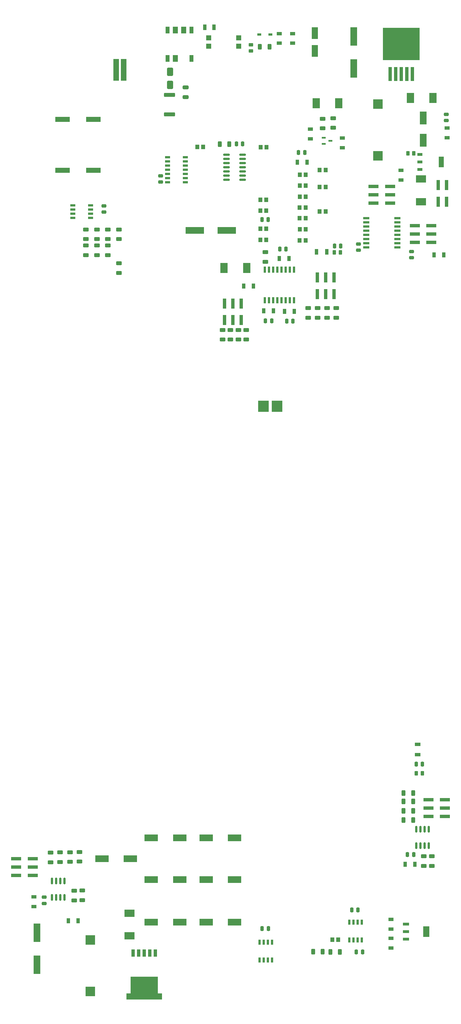
<source format=gtp>
G04 #@! TF.GenerationSoftware,KiCad,Pcbnew,9.0.3*
G04 #@! TF.CreationDate,2025-10-06T17:39:24+02:00*
G04 #@! TF.ProjectId,LLC_DCDC_V3,4c4c435f-4443-4444-935f-56332e6b6963,rev?*
G04 #@! TF.SameCoordinates,Original*
G04 #@! TF.FileFunction,Paste,Top*
G04 #@! TF.FilePolarity,Positive*
%FSLAX46Y46*%
G04 Gerber Fmt 4.6, Leading zero omitted, Abs format (unit mm)*
G04 Created by KiCad (PCBNEW 9.0.3) date 2025-10-06 17:39:24*
%MOMM*%
%LPD*%
G01*
G04 APERTURE LIST*
G04 Aperture macros list*
%AMRoundRect*
0 Rectangle with rounded corners*
0 $1 Rounding radius*
0 $2 $3 $4 $5 $6 $7 $8 $9 X,Y pos of 4 corners*
0 Add a 4 corners polygon primitive as box body*
4,1,4,$2,$3,$4,$5,$6,$7,$8,$9,$2,$3,0*
0 Add four circle primitives for the rounded corners*
1,1,$1+$1,$2,$3*
1,1,$1+$1,$4,$5*
1,1,$1+$1,$6,$7*
1,1,$1+$1,$8,$9*
0 Add four rect primitives between the rounded corners*
20,1,$1+$1,$2,$3,$4,$5,0*
20,1,$1+$1,$4,$5,$6,$7,0*
20,1,$1+$1,$6,$7,$8,$9,0*
20,1,$1+$1,$8,$9,$2,$3,0*%
G04 Aperture macros list end*
%ADD10RoundRect,0.250000X-0.625000X0.312500X-0.625000X-0.312500X0.625000X-0.312500X0.625000X0.312500X0*%
%ADD11R,1.150000X1.450000*%
%ADD12R,2.050000X4.000000*%
%ADD13RoundRect,0.250000X-0.250000X-0.475000X0.250000X-0.475000X0.250000X0.475000X-0.250000X0.475000X0*%
%ADD14R,4.100000X2.000000*%
%ADD15RoundRect,0.250000X-0.262500X-0.450000X0.262500X-0.450000X0.262500X0.450000X-0.262500X0.450000X0*%
%ADD16R,0.650000X1.500000*%
%ADD17RoundRect,0.250000X-0.312500X-0.625000X0.312500X-0.625000X0.312500X0.625000X-0.312500X0.625000X0*%
%ADD18RoundRect,0.250000X-0.450000X0.262500X-0.450000X-0.262500X0.450000X-0.262500X0.450000X0.262500X0*%
%ADD19R,5.700000X2.000000*%
%ADD20RoundRect,0.250000X0.625000X-0.312500X0.625000X0.312500X-0.625000X0.312500X-0.625000X-0.312500X0*%
%ADD21R,2.900000X3.000000*%
%ADD22R,3.150000X1.000000*%
%ADD23RoundRect,0.250000X0.475000X-0.250000X0.475000X0.250000X-0.475000X0.250000X-0.475000X-0.250000X0*%
%ADD24RoundRect,0.250000X0.312500X0.625000X-0.312500X0.625000X-0.312500X-0.625000X0.312500X-0.625000X0*%
%ADD25RoundRect,0.250000X-0.475000X0.250000X-0.475000X-0.250000X0.475000X-0.250000X0.475000X0.250000X0*%
%ADD26R,1.800000X1.050000*%
%ADD27R,1.050000X1.600000*%
%ADD28R,2.000000X5.700000*%
%ADD29R,1.500000X0.650000*%
%ADD30R,2.250000X3.150000*%
%ADD31RoundRect,0.150000X0.150000X-0.825000X0.150000X0.825000X-0.150000X0.825000X-0.150000X-0.825000X0*%
%ADD32R,1.050000X1.800000*%
%ADD33RoundRect,0.250000X0.250000X0.475000X-0.250000X0.475000X-0.250000X-0.475000X0.250000X-0.475000X0*%
%ADD34R,1.600000X1.500000*%
%ADD35RoundRect,0.250000X0.650000X-1.000000X0.650000X1.000000X-0.650000X1.000000X-0.650000X-1.000000X0*%
%ADD36R,0.650000X1.528000*%
%ADD37R,1.600000X1.050000*%
%ADD38R,1.168000X2.032000*%
%ADD39R,1.524000X2.032000*%
%ADD40RoundRect,0.250000X0.650000X-0.325000X0.650000X0.325000X-0.650000X0.325000X-0.650000X-0.325000X0*%
%ADD41R,1.850000X3.550000*%
%ADD42RoundRect,0.250000X0.262500X0.450000X-0.262500X0.450000X-0.262500X-0.450000X0.262500X-0.450000X0*%
%ADD43RoundRect,0.150000X-0.825000X-0.150000X0.825000X-0.150000X0.825000X0.150000X-0.825000X0.150000X0*%
%ADD44R,1.200000X0.750000*%
%ADD45R,1.000000X3.150000*%
%ADD46R,4.450000X1.520000*%
%ADD47R,3.250000X3.400000*%
%ADD48R,0.650000X1.850000*%
%ADD49R,1.950000X0.650000*%
%ADD50R,1.020000X4.320000*%
%ADD51R,11.180000X9.910000*%
%ADD52R,3.150000X2.250000*%
%ADD53R,1.500000X0.900000*%
%ADD54R,1.500000X3.200000*%
%ADD55R,1.750000X6.600000*%
%ADD56R,1.070000X2.160000*%
%ADD57R,10.800000X1.910000*%
%ADD58R,8.330000X5.080000*%
%ADD59R,1.050000X1.820000*%
%ADD60RoundRect,0.250000X1.425000X-0.362500X1.425000X0.362500X-1.425000X0.362500X-1.425000X-0.362500X0*%
%ADD61R,1.250000X0.600000*%
%ADD62R,1.525000X0.650000*%
%ADD63R,1.850000X0.900000*%
%ADD64R,1.850000X3.200000*%
G04 APERTURE END LIST*
D10*
X175650000Y-82315000D03*
X175650000Y-85240000D03*
D11*
X170510000Y-99355000D03*
X168710000Y-99355000D03*
D12*
X206290000Y-82125000D03*
X206290000Y-88825000D03*
D13*
X184550000Y-323015000D03*
X186450000Y-323015000D03*
D14*
X132160000Y-326765000D03*
X123460000Y-326765000D03*
D15*
X204207500Y-281476674D03*
X206032500Y-281476674D03*
D16*
X183815000Y-332185000D03*
X185085000Y-332185000D03*
X186355000Y-332185000D03*
X187625000Y-332185000D03*
X187625000Y-326785000D03*
X186355000Y-326785000D03*
X185085000Y-326785000D03*
X183815000Y-326785000D03*
D17*
X200310000Y-295665000D03*
X203235000Y-295665000D03*
D10*
X106880000Y-120867500D03*
X106880000Y-123792500D03*
D14*
X140150000Y-313815000D03*
X148850000Y-313815000D03*
D17*
X178020000Y-335805000D03*
X180945000Y-335805000D03*
D18*
X153810000Y-59862500D03*
X153810000Y-61687500D03*
D19*
X146440000Y-116275000D03*
X136740000Y-116275000D03*
D20*
X98670000Y-308445000D03*
X98670000Y-305520000D03*
D14*
X140150000Y-301105000D03*
X148850000Y-301105000D03*
D20*
X147600000Y-149495000D03*
X147600000Y-146570000D03*
D21*
X104910000Y-332155000D03*
X104910000Y-347855000D03*
D11*
X170510000Y-106025000D03*
X168710000Y-106025000D03*
D17*
X200310000Y-287525000D03*
X203235000Y-287525000D03*
D10*
X174150000Y-139920000D03*
X174150000Y-142845000D03*
D22*
X212942500Y-294575000D03*
X207892500Y-294575000D03*
X212942500Y-292035000D03*
X207892500Y-292035000D03*
X212942500Y-289495000D03*
X207892500Y-289495000D03*
D20*
X103570000Y-123792500D03*
X103570000Y-120867500D03*
D10*
X208910000Y-306712500D03*
X208910000Y-309637500D03*
D20*
X152410000Y-149495000D03*
X152410000Y-146570000D03*
D10*
X106880000Y-116017500D03*
X106880000Y-118942500D03*
D23*
X202780000Y-124605000D03*
X202780000Y-122705000D03*
D22*
X203760000Y-114815000D03*
X208810000Y-114815000D03*
X203760000Y-117355000D03*
X208810000Y-117355000D03*
X203760000Y-119895000D03*
X208810000Y-119895000D03*
D11*
X158560000Y-90982500D03*
X156760000Y-90982500D03*
X178620000Y-332135000D03*
X180420000Y-332135000D03*
X158460000Y-115780000D03*
X156660000Y-115780000D03*
D22*
X191190000Y-102945000D03*
X196240000Y-102945000D03*
X191190000Y-105485000D03*
X196240000Y-105485000D03*
X191190000Y-108025000D03*
X196240000Y-108025000D03*
X82290000Y-307465000D03*
X87340000Y-307465000D03*
X82290000Y-310005000D03*
X87340000Y-310005000D03*
X82290000Y-312545000D03*
X87340000Y-312545000D03*
D11*
X168670000Y-112540000D03*
X170470000Y-112540000D03*
D24*
X203235000Y-290065000D03*
X200310000Y-290065000D03*
D25*
X90850000Y-319165000D03*
X90850000Y-321065000D03*
D26*
X204590000Y-272715000D03*
X204590000Y-275815000D03*
D27*
X200850000Y-309205000D03*
X203800000Y-309205000D03*
D28*
X88670000Y-339705000D03*
X88670000Y-330005000D03*
D29*
X99550000Y-108670000D03*
X99550000Y-109940000D03*
X99550000Y-111210000D03*
X99550000Y-112480000D03*
X104950000Y-112480000D03*
X104950000Y-111210000D03*
X104950000Y-109940000D03*
X104950000Y-108670000D03*
D30*
X180610000Y-77625000D03*
X173710000Y-77625000D03*
D31*
X93200000Y-319205000D03*
X94470000Y-319205000D03*
X95740000Y-319205000D03*
X97010000Y-319205000D03*
X97010000Y-314255000D03*
X95740000Y-314255000D03*
X94470000Y-314255000D03*
X93200000Y-314255000D03*
D17*
X144335000Y-90052500D03*
X147260000Y-90052500D03*
D20*
X179850000Y-142845000D03*
X179850000Y-139920000D03*
D30*
X202410000Y-75985000D03*
X209310000Y-75985000D03*
D32*
X173830000Y-122855000D03*
X176930000Y-122855000D03*
D33*
X166639000Y-143874000D03*
X164739000Y-143874000D03*
D27*
X165385000Y-124885000D03*
X162435000Y-124885000D03*
D10*
X178910000Y-82165000D03*
X178910000Y-85090000D03*
X95640000Y-305525000D03*
X95640000Y-308450000D03*
D34*
X150140000Y-60245000D03*
X150140000Y-57705000D03*
X140920000Y-57705000D03*
X140920000Y-60245000D03*
D33*
X181190000Y-121025000D03*
X179290000Y-121025000D03*
D35*
X129170000Y-72032500D03*
X129170000Y-68032500D03*
D10*
X113610000Y-126295000D03*
X113610000Y-129220000D03*
D33*
X160160000Y-143815000D03*
X158260000Y-143815000D03*
D11*
X158460000Y-110270000D03*
X156660000Y-110270000D03*
D36*
X156445000Y-338325000D03*
X157715000Y-338325000D03*
X158985000Y-338325000D03*
X160255000Y-338325000D03*
X160255000Y-332903000D03*
X158985000Y-332903000D03*
X157715000Y-332903000D03*
X156445000Y-332903000D03*
D25*
X109040000Y-108835000D03*
X109040000Y-110735000D03*
D17*
X172767500Y-335715000D03*
X175692500Y-335715000D03*
D11*
X170510000Y-102695000D03*
X168710000Y-102695000D03*
D37*
X213570000Y-85125000D03*
X213570000Y-88075000D03*
X196520000Y-334655000D03*
X196520000Y-331705000D03*
D38*
X128428000Y-63991000D03*
D39*
X130790000Y-63991000D03*
D38*
X135692000Y-63991000D03*
X135692000Y-55355000D03*
D39*
X133330000Y-55355000D03*
X130790000Y-55355000D03*
D38*
X128428000Y-55355000D03*
D27*
X160685000Y-140725000D03*
X157735000Y-140725000D03*
D40*
X133950000Y-75700000D03*
X133950000Y-72750000D03*
D23*
X213350000Y-82875000D03*
X213350000Y-80975000D03*
D41*
X173310000Y-61685000D03*
X173310000Y-56285000D03*
D11*
X139260000Y-90875000D03*
X137460000Y-90875000D03*
D42*
X203474500Y-92830000D03*
X201649500Y-92830000D03*
D13*
X201510000Y-306215000D03*
X203410000Y-306215000D03*
D43*
X146355000Y-93242500D03*
X146355000Y-94512500D03*
X146355000Y-95782500D03*
X146355000Y-97052500D03*
X146355000Y-98322500D03*
X146355000Y-99592500D03*
X146355000Y-100862500D03*
X151305000Y-100862500D03*
X151305000Y-99592500D03*
X151305000Y-98322500D03*
X151305000Y-97052500D03*
X151305000Y-95782500D03*
X151305000Y-94512500D03*
X151305000Y-93242500D03*
D11*
X174760000Y-97960000D03*
X176560000Y-97960000D03*
D27*
X212610000Y-123755000D03*
X209660000Y-123755000D03*
X154565000Y-133225000D03*
X151615000Y-133225000D03*
D31*
X204197500Y-303457500D03*
X205467500Y-303457500D03*
X206737500Y-303457500D03*
X208007500Y-303457500D03*
X208007500Y-298507500D03*
X206737500Y-298507500D03*
X205467500Y-298507500D03*
X204197500Y-298507500D03*
D20*
X103570000Y-118942500D03*
X103570000Y-116017500D03*
D37*
X166490000Y-59350000D03*
X166490000Y-56400000D03*
X162500000Y-59350000D03*
X162500000Y-56400000D03*
D44*
X159750000Y-56671000D03*
X156350000Y-56671000D03*
D42*
X181085000Y-123005000D03*
X179260000Y-123005000D03*
D10*
X206470000Y-306712500D03*
X206470000Y-309637500D03*
D11*
X174760000Y-103120000D03*
X176560000Y-103120000D03*
D27*
X98195000Y-326345000D03*
X101145000Y-326345000D03*
D11*
X168670000Y-119360000D03*
X170470000Y-119360000D03*
D45*
X150890000Y-138535000D03*
X150890000Y-143585000D03*
X148350000Y-138535000D03*
X148350000Y-143585000D03*
X145810000Y-138535000D03*
X145810000Y-143585000D03*
D46*
X96380000Y-82555000D03*
X96380000Y-98045000D03*
X105780000Y-82555000D03*
X105780000Y-98045000D03*
D11*
X168680000Y-109335000D03*
X170480000Y-109335000D03*
D14*
X132160000Y-313815000D03*
X123460000Y-313815000D03*
D47*
X157660000Y-169815000D03*
X161760000Y-169815000D03*
D48*
X166905000Y-128200000D03*
X165635000Y-128200000D03*
X164365000Y-128200000D03*
X163095000Y-128200000D03*
X161825000Y-128200000D03*
X160555000Y-128200000D03*
X159285000Y-128200000D03*
X158015000Y-128200000D03*
X158015000Y-137550000D03*
X159285000Y-137550000D03*
X160555000Y-137550000D03*
X161825000Y-137550000D03*
X163095000Y-137550000D03*
X164365000Y-137550000D03*
X165635000Y-137550000D03*
X166905000Y-137550000D03*
D20*
X150000000Y-149495000D03*
X150000000Y-146570000D03*
X110190000Y-118942500D03*
X110190000Y-116017500D03*
D27*
X167040000Y-140955000D03*
X164090000Y-140955000D03*
D20*
X110190000Y-123792500D03*
X110190000Y-120867500D03*
D49*
X198416000Y-121481000D03*
X198416000Y-120211000D03*
X198416000Y-118941000D03*
X198416000Y-117671000D03*
X198416000Y-116401000D03*
X198416000Y-115131000D03*
X198416000Y-113861000D03*
X198416000Y-112591000D03*
X188966000Y-112591000D03*
X188966000Y-113861000D03*
X188966000Y-115131000D03*
X188966000Y-116401000D03*
X188966000Y-117671000D03*
X188966000Y-118941000D03*
X188966000Y-120211000D03*
X188966000Y-121481000D03*
D10*
X113610000Y-116017500D03*
X113610000Y-118942500D03*
D45*
X210930000Y-107560000D03*
X210930000Y-102510000D03*
X213470000Y-107560000D03*
X213470000Y-102510000D03*
D50*
X196250000Y-68725000D03*
X197950000Y-68725000D03*
X199650000Y-68725000D03*
X201350000Y-68725000D03*
X203050000Y-68725000D03*
D51*
X199650000Y-59580000D03*
D20*
X102430000Y-320077500D03*
X102430000Y-317152500D03*
D24*
X159462500Y-60445000D03*
X156537500Y-60445000D03*
D33*
X170210000Y-92615000D03*
X168310000Y-92615000D03*
D37*
X87710000Y-319080000D03*
X87710000Y-322030000D03*
D23*
X126290000Y-101565000D03*
X126290000Y-99665000D03*
D52*
X205630000Y-107575000D03*
X205630000Y-100675000D03*
D20*
X158190000Y-125840000D03*
X158190000Y-122915000D03*
D14*
X132160000Y-301105000D03*
X123460000Y-301105000D03*
D37*
X181710000Y-88175000D03*
X181710000Y-91125000D03*
D53*
X205340000Y-93175000D03*
X205340000Y-95475000D03*
X205340000Y-97775000D03*
D54*
X211840000Y-95475000D03*
D14*
X140150000Y-326765000D03*
X148850000Y-326765000D03*
D37*
X196495000Y-325905000D03*
X196495000Y-328855000D03*
D10*
X145170000Y-146570000D03*
X145170000Y-149495000D03*
D33*
X164530000Y-121935000D03*
X162630000Y-121935000D03*
D21*
X192500000Y-77895000D03*
X192500000Y-93595000D03*
D11*
X176560000Y-110570000D03*
X174760000Y-110570000D03*
X156660000Y-106970000D03*
X158460000Y-106970000D03*
D20*
X99980000Y-320157500D03*
X99980000Y-317232500D03*
D52*
X116810000Y-330955000D03*
X116810000Y-324055000D03*
D10*
X101560000Y-305422500D03*
X101560000Y-308347500D03*
X92810000Y-305640000D03*
X92810000Y-308565000D03*
D37*
X171900000Y-85485000D03*
X171900000Y-88435000D03*
D23*
X186601000Y-122326000D03*
X186601000Y-120426000D03*
D11*
X158460000Y-119200000D03*
X156660000Y-119200000D03*
D13*
X204190000Y-278696674D03*
X206090000Y-278696674D03*
D33*
X159085000Y-113020000D03*
X157185000Y-113020000D03*
D14*
X117120000Y-307505000D03*
X108420000Y-307505000D03*
D13*
X185920000Y-335865000D03*
X187820000Y-335865000D03*
D30*
X152540000Y-127765000D03*
X145640000Y-127765000D03*
D55*
X112770000Y-67455000D03*
X115070000Y-67455000D03*
D45*
X179140000Y-130595000D03*
X179140000Y-135645000D03*
X176600000Y-130595000D03*
X176600000Y-135645000D03*
X174060000Y-130595000D03*
X174060000Y-135645000D03*
D11*
X168710000Y-115980000D03*
X170510000Y-115980000D03*
D37*
X199570000Y-100955000D03*
X199570000Y-98005000D03*
D27*
X170930000Y-95565000D03*
X167980000Y-95565000D03*
D56*
X124700000Y-336176000D03*
X123000000Y-336176000D03*
X121300000Y-336176000D03*
X119600000Y-336176000D03*
X117900000Y-336176000D03*
D57*
X121300000Y-349391000D03*
D58*
X121300000Y-345895000D03*
D59*
X139770000Y-54505000D03*
X142550000Y-54505000D03*
D20*
X171280000Y-142845000D03*
X171280000Y-139920000D03*
D60*
X128990000Y-81015000D03*
X128990000Y-75090000D03*
D61*
X175970000Y-88095000D03*
X175970000Y-89995000D03*
X178070000Y-89045000D03*
D13*
X149410000Y-89942500D03*
X151310000Y-89942500D03*
X157250000Y-328755000D03*
X159150000Y-328755000D03*
D20*
X177040000Y-142845000D03*
X177040000Y-139920000D03*
D62*
X133844000Y-101615000D03*
X133844000Y-100345000D03*
X133844000Y-99075000D03*
X133844000Y-97805000D03*
X133844000Y-96535000D03*
X133844000Y-95265000D03*
X133844000Y-93995000D03*
X128420000Y-93995000D03*
X128420000Y-95265000D03*
X128420000Y-96535000D03*
X128420000Y-97805000D03*
X128420000Y-99075000D03*
X128420000Y-100345000D03*
X128420000Y-101615000D03*
D28*
X185180000Y-67005000D03*
X185180000Y-57305000D03*
D63*
X201040000Y-327365000D03*
X201040000Y-329665000D03*
X201040000Y-331965000D03*
D64*
X207240000Y-329665000D03*
D17*
X200310000Y-292935000D03*
X203235000Y-292935000D03*
M02*

</source>
